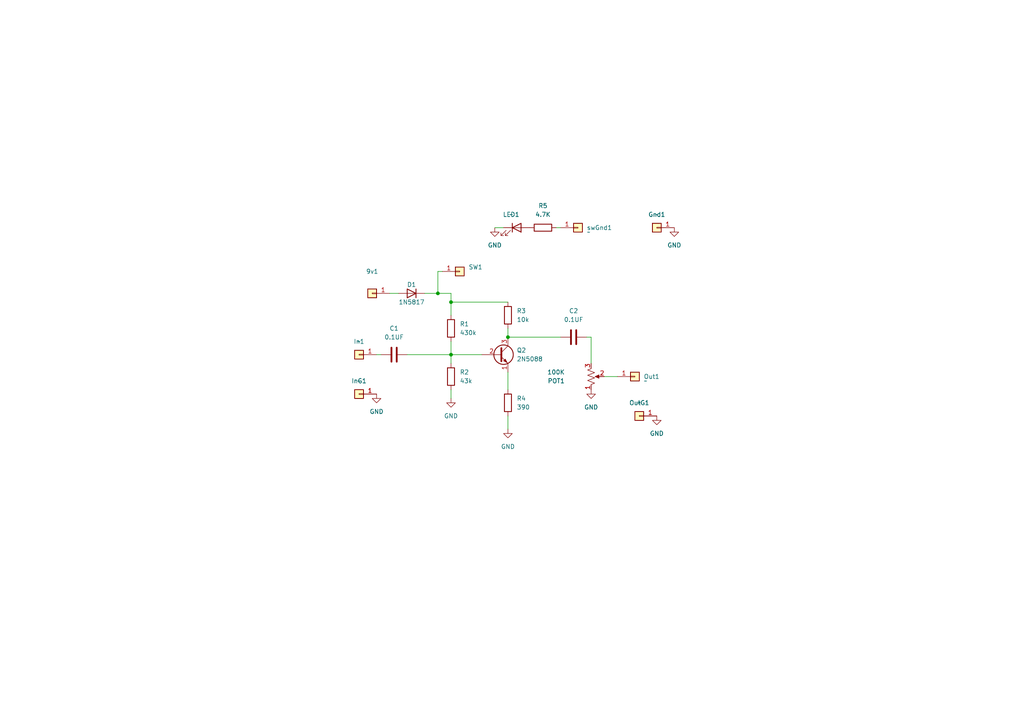
<source format=kicad_sch>
(kicad_sch (version 20230121) (generator eeschema)
  (paper "A4")
  (lib_symbols
    (symbol "Connector_Generic:Conn_01x01" (pin_names (offset 1.016) hide)
      (property "Reference" "J" (at 0 2.54 0))
      (property "Value" "Conn_01x01" (at 0 -2.54 0))
      (symbol "Conn_01x01_1_1"
        (rectangle (start -1.27 0.127) (end 0 -0.127) (stroke (width 0.1524)))
        (rectangle (start -1.27 1.27) (end 1.27 -1.27) (stroke (width 0.254)) (fill (type background)))
        (pin passive line (at -5.08 0 0) (length 3.81) (name "Pin_1") (number "1"))
      )
    )
    (symbol "Device:C" (pin_numbers hide) (pin_names (offset 0.254))
      (property "Reference" "C" (at 0.635 2.54 0))
      (property "Value" "C" (at 0.635 -2.54 0))
      (symbol "C_0_1"
        (polyline (pts (xy -2.032 -0.762) (xy 2.032 -0.762)) (stroke (width 0.508)))
        (polyline (pts (xy -2.032 0.762) (xy 2.032 0.762)) (stroke (width 0.508)))
      )
      (symbol "C_1_1"
        (pin passive line (at 0 3.81 270) (length 2.794) (name "~") (number "1"))
        (pin passive line (at 0 -3.81 90) (length 2.794) (name "~") (number "2"))
      )
    )
    (symbol "Device:D" (pin_numbers hide) (pin_names (offset 1.016) hide)
      (property "Reference" "D" (at 0 2.54 0))
      (property "Value" "D" (at 0 -2.54 0))
      (symbol "D_0_1"
        (polyline (pts (xy -1.27 1.27) (xy -1.27 -1.27)) (stroke (width 0.254)))
        (polyline (pts (xy 1.27 0) (xy -1.27 0)))
        (polyline (pts (xy 1.27 1.27) (xy 1.27 -1.27) (xy -1.27 0) (xy 1.27 1.27)) (stroke (width 0.254)))
      )
      (symbol "D_1_1"
        (pin passive line (at -3.81 0 0) (length 2.54) (name "K") (number "1"))
        (pin passive line (at 3.81 0 180) (length 2.54) (name "A") (number "2"))
      )
    )
    (symbol "Device:LED" (pin_numbers hide) (pin_names (offset 1.016) hide)
      (property "Reference" "D" (at 0 2.54 0))
      (property "Value" "LED" (at 0 -2.54 0))
      (symbol "LED_0_1"
        (polyline (pts (xy -1.27 -1.27) (xy -1.27 1.27)) (stroke (width 0.254)))
        (polyline (pts (xy -1.27 0) (xy 1.27 0)))
        (polyline (pts (xy 1.27 -1.27) (xy 1.27 1.27) (xy -1.27 0) (xy 1.27 -1.27)) (stroke (width 0.254)))
        (polyline (pts (xy -3.048 -0.762) (xy -4.572 -2.286) (xy -3.81 -2.286) (xy -4.572 -2.286) (xy -4.572 -1.524)))
        (polyline (pts (xy -1.778 -0.762) (xy -3.302 -2.286) (xy -2.54 -2.286) (xy -3.302 -2.286) (xy -3.302 -1.524)))
      )
      (symbol "LED_1_1"
        (pin passive line (at -3.81 0 0) (length 2.54) (name "K") (number "1"))
        (pin passive line (at 3.81 0 180) (length 2.54) (name "A") (number "2"))
      )
    )
    (symbol "Device:R" (pin_numbers hide) (pin_names (offset 0))
      (property "Reference" "R" (at 2.032 0 90))
      (property "Value" "R" (at 0 0 90))
      (symbol "R_0_1"
        (rectangle (start -1.016 -2.54) (end 1.016 2.54) (stroke (width 0.254)))
      )
      (symbol "R_1_1"
        (pin passive line (at 0 3.81 270) (length 1.27) (name "~") (number "1"))
        (pin passive line (at 0 -3.81 90) (length 1.27) (name "~") (number "2"))
      )
    )
    (symbol "Device:R_Potentiometer_US" (pin_names (offset 1.016) hide)
      (property "Reference" "RV" (at -4.445 0 90))
      (property "Value" "R_Potentiometer_US" (at -2.54 0 90))
      (symbol "R_Potentiometer_US_0_1"
        (polyline (pts (xy 0 -2.286) (xy 0 -2.54)))
        (polyline (pts (xy 0 2.54) (xy 0 2.286)))
        (polyline (pts (xy 2.54 0) (xy 1.524 0)))
        (polyline (pts (xy 1.143 0) (xy 2.286 0.508) (xy 2.286 -0.508) (xy 1.143 0)) (fill (type outline)))
        (polyline (pts (xy 0 -0.762) (xy 1.016 -1.143) (xy 0 -1.524) (xy -1.016 -1.905) (xy 0 -2.286)))
        (polyline (pts (xy 0 0.762) (xy 1.016 0.381) (xy 0 0) (xy -1.016 -0.381) (xy 0 -0.762)))
        (polyline (pts (xy 0 2.286) (xy 1.016 1.905) (xy 0 1.524) (xy -1.016 1.143) (xy 0 0.762)))
      )
      (symbol "R_Potentiometer_US_1_1"
        (pin passive line (at 0 3.81 270) (length 1.27) (name "1") (number "1"))
        (pin passive line (at 3.81 0 180) (length 1.27) (name "2") (number "2"))
        (pin passive line (at 0 -3.81 90) (length 1.27) (name "3") (number "3"))
      )
    )
    (symbol "Transistor_BJT:2N3904" (pin_names (offset 0) hide)
      (property "Reference" "Q" (at 5.08 1.905 0))
      (property "Value" "2N3904" (at 5.08 0 0))
      (symbol "2N3904_0_1"
        (polyline (pts (xy 0.635 0.635) (xy 2.54 2.54)))
        (polyline (pts (xy 0.635 -0.635) (xy 2.54 -2.54) (xy 2.54 -2.54)))
        (polyline (pts (xy 0.635 1.905) (xy 0.635 -1.905) (xy 0.635 -1.905)) (stroke (width 0.508)))
        (polyline (pts (xy 1.27 -1.778) (xy 1.778 -1.27) (xy 2.286 -2.286) (xy 1.27 -1.778) (xy 1.27 -1.778)) (fill (type outline)))
        (circle (center 1.27 0) (radius 2.8194) (stroke (width 0.254)))
      )
      (symbol "2N3904_1_1"
        (pin passive line (at 2.54 -5.08 90) (length 2.54) (name "E") (number "1"))
        (pin passive line (at -5.08 0 0) (length 5.715) (name "B") (number "2"))
        (pin passive line (at 2.54 5.08 270) (length 2.54) (name "C") (number "3"))
      )
    )
    (symbol "power:GND" (power) (pin_names (offset 0))
      (property "Value" "GND" (at 0 -3.81 0))
      (symbol "GND_0_1"
        (polyline (pts (xy 0 0) (xy 0 -1.27) (xy 1.27 -1.27) (xy 0 -2.54) (xy -1.27 -1.27) (xy 0 -1.27)))
      )
      (symbol "GND_1_1"
        (pin power_in line (at 0 0 270) (length 0) hide (name "GND") (number "1"))
      )
    )
  )
  (junction (at 127 85.09))
  (junction (at 130.81 87.63))
  (junction (at 130.81 102.87))
  (junction (at 147.32 97.79))
  (wire (pts (xy 147.32 107.95) (xy 147.32 113.03)))
  (wire (pts (xy 123.19 85.09) (xy 127 85.09)))
  (wire (pts (xy 130.81 99.06) (xy 130.81 102.87)))
  (wire (pts (xy 127 85.09) (xy 130.81 85.09)))
  (wire (pts (xy 130.81 85.09) (xy 130.81 87.63)))
  (wire (pts (xy 147.32 87.63) (xy 130.81 87.63)))
  (wire (pts (xy 143.51 66.04) (xy 146.05 66.04)))
  (wire (pts (xy 130.81 113.03) (xy 130.81 115.57)))
  (wire (pts (xy 127 78.74) (xy 128.27 78.74)))
  (wire (pts (xy 109.22 102.87) (xy 110.49 102.87)))
  (wire (pts (xy 127 78.74) (xy 127 85.09)))
  (wire (pts (xy 175.26 109.22) (xy 179.07 109.22)))
  (wire (pts (xy 130.81 102.87) (xy 130.81 105.41)))
  (wire (pts (xy 170.18 97.79) (xy 171.45 97.79)))
  (wire (pts (xy 130.81 87.63) (xy 130.81 91.44)))
  (wire (pts (xy 161.29 66.04) (xy 162.56 66.04)))
  (wire (pts (xy 118.11 102.87) (xy 130.81 102.87)))
  (wire (pts (xy 147.32 120.65) (xy 147.32 124.46)))
  (wire (pts (xy 171.45 97.79) (xy 171.45 105.41)))
  (wire (pts (xy 130.81 102.87) (xy 139.7 102.87)))
  (wire (pts (xy 162.56 97.79) (xy 147.32 97.79)))
  (wire (pts (xy 147.32 95.25) (xy 147.32 97.79)))
  (wire (pts (xy 113.03 85.09) (xy 115.57 85.09)))
  (symbol (lib_id "power:GND") (at 171.45 113.03 0) (mirror y) (unit 1)
    (property "Reference" "#PWR01" (effects hide))
    (property "Value" "GND" (at 171.45 118.11 0))
  )
  (symbol (lib_id "Device:D") (at 119.38 85.09 180) (unit 1)
    (property "Reference" "D1" (at 119.38 82.55 0))
    (property "Value" "1N5817" (at 119.38 87.63 0))
    (property "Footprint" "Diode_THT:D_DO-35_SOD27_P7.62mm_Horizontal" (effects hide))
    (property "Sim.Device" "D" (effects hide))
    (property "Sim.Pins" "1=K 2=A" (effects hide))
  )
  (symbol (lib_id "Transistor_BJT:2N3904") (at 144.78 102.87 0) (unit 1)
    (property "Reference" "Q2" (at 149.86 101.6 0) (effects (justify left)))
    (property "Value" "2N5088" (at 149.86 104.14 0) (effects (justify left)))
    (property "Footprint" "Package_TO_SOT_THT:TO-92_Inline" (effects hide))
    (property "Datasheet" "https://www.onsemi.com/pub/Collateral/2N3903-D.PDF" (effects hide))
  )
  (symbol (lib_id "Device:R") (at 130.81 109.22 180) (unit 1)
    (property "Reference" "R2" (at 133.35 107.95 0) (effects (justify right)))
    (property "Value" "43k" (at 133.35 110.49 0) (effects (justify right)))
    (property "Footprint" "Resistor_THT:R_Axial_DIN0207_L6.3mm_D2.5mm_P7.62mm_Horizontal" (effects hide))
  )
  (symbol (lib_id "power:GND") (at 109.22 114.3 0) (mirror y) (unit 1)
    (property "Reference" "#PWR05" (effects hide))
    (property "Value" "GND" (at 109.22 119.38 0))
  )
  (symbol (lib_id "power:GND") (at 190.5 120.65 0) (mirror y) (unit 1)
    (property "Reference" "#PWR06" (effects hide))
    (property "Value" "GND" (at 190.5 125.73 0))
  )
  (symbol (lib_id "Connector_Generic:Conn_01x01") (at 184.15 109.22 0) (unit 1)
    (property "Reference" "Out1" (at 186.69 109.22 0) (effects (justify left)))
    (property "Value" "~" (at 186.69 110.49 0) (effects (justify left)))
    (property "Footprint" "TestPoint:TestPoint_THTPad_D2.0mm_Drill1.0mm" (effects hide))
  )
  (symbol (lib_id "Device:LED") (at 149.86 66.04 0) (unit 1)
    (property "Reference" "LED1" (at 148.2725 62.23 0))
    (property "Value" "~" (at 148.2725 62.23 0))
    (property "Footprint" "Connector_PinHeader_2.54mm:PinHeader_1x02_P2.54mm_Vertical" (effects hide))
  )
  (symbol (lib_id "Connector_Generic:Conn_01x01") (at 107.95 85.09 180) (unit 1)
    (property "Reference" "9v1" (at 107.95 78.74 0))
    (property "Value" " " (at 107.95 81.28 0))
    (property "Footprint" "TestPoint:TestPoint_THTPad_D2.0mm_Drill1.0mm" (effects hide))
  )
  (symbol (lib_id "Connector_Generic:Conn_01x01") (at 133.35 78.74 0) (unit 1)
    (property "Reference" "SW1" (at 135.89 77.47 0) (effects (justify left)))
    (property "Value" " " (at 135.89 80.01 0) (effects (justify left)))
    (property "Footprint" "TestPoint:TestPoint_THTPad_D2.0mm_Drill1.0mm" (effects hide))
  )
  (symbol (lib_id "Connector_Generic:Conn_01x01") (at 190.5 66.04 180) (unit 1)
    (property "Reference" "Gnd1" (at 190.5 62.23 0))
    (property "Value" "~" (at 190.5 62.23 0))
    (property "Footprint" "TestPoint:TestPoint_THTPad_D2.0mm_Drill1.0mm" (effects hide))
  )
  (symbol (lib_id "Connector_Generic:Conn_01x01") (at 104.14 102.87 180) (unit 1)
    (property "Reference" "In1" (at 104.14 99.06 0))
    (property "Value" "~" (at 104.14 99.06 0))
    (property "Footprint" "TestPoint:TestPoint_THTPad_D2.0mm_Drill1.0mm" (effects hide))
  )
  (symbol (lib_id "Device:R") (at 147.32 91.44 180) (unit 1)
    (property "Reference" "R3" (at 149.86 90.17 0) (effects (justify right)))
    (property "Value" "10k" (at 149.86 92.71 0) (effects (justify right)))
    (property "Footprint" "Resistor_THT:R_Axial_DIN0207_L6.3mm_D2.5mm_P7.62mm_Horizontal" (effects hide))
  )
  (symbol (lib_id "Device:R_Potentiometer_US") (at 171.45 109.22 0) (mirror x) (unit 1)
    (property "Reference" "POT1" (at 163.83 110.49 0) (effects (justify right)))
    (property "Value" "100K" (at 163.83 107.95 0) (effects (justify right)))
    (property "Footprint" "Potentiometer_THT:Potentiometer_Omeg_PC16BU_Vertical" (effects hide))
  )
  (symbol (lib_id "Connector_Generic:Conn_01x01") (at 104.14 114.3 180) (unit 1)
    (property "Reference" "InG1" (at 104.14 110.49 0))
    (property "Value" "~" (at 104.14 110.49 0))
    (property "Footprint" "TestPoint:TestPoint_THTPad_D2.0mm_Drill1.0mm" (effects hide))
  )
  (symbol (lib_id "Device:R") (at 157.48 66.04 90) (unit 1)
    (property "Reference" "R5" (at 157.48 59.69 90))
    (property "Value" "4.7K" (at 157.48 62.23 90))
    (property "Footprint" "Resistor_THT:R_Axial_DIN0207_L6.3mm_D2.5mm_P7.62mm_Horizontal" (effects hide))
  )
  (symbol (lib_id "Device:R") (at 147.32 116.84 180) (unit 1)
    (property "Reference" "R4" (at 149.86 115.57 0) (effects (justify right)))
    (property "Value" "390" (at 149.86 118.11 0) (effects (justify right)))
    (property "Footprint" "Resistor_THT:R_Axial_DIN0207_L6.3mm_D2.5mm_P7.62mm_Horizontal" (effects hide))
  )
  (symbol (lib_id "power:GND") (at 143.51 66.04 0) (unit 1)
    (property "Reference" "#PWR04" (effects hide))
    (property "Value" "GND" (at 143.51 71.12 0))
  )
  (symbol (lib_id "Connector_Generic:Conn_01x01") (at 167.64 66.04 0) (unit 1)
    (property "Reference" "swGnd1" (at 170.18 66.04 0) (effects (justify left)))
    (property "Value" "~" (at 170.18 67.31 0) (effects (justify left)))
    (property "Footprint" "TestPoint:TestPoint_THTPad_D2.0mm_Drill1.0mm" (effects hide))
  )
  (symbol (lib_id "power:GND") (at 130.81 115.57 0) (mirror y) (unit 1)
    (property "Reference" "#PWR02" (effects hide))
    (property "Value" "GND" (at 130.81 120.65 0))
  )
  (symbol (lib_id "power:GND") (at 147.32 124.46 0) (mirror y) (unit 1)
    (property "Reference" "#PWR03" (effects hide))
    (property "Value" "GND" (at 147.32 129.54 0))
  )
  (symbol (lib_id "Device:C") (at 166.37 97.79 90) (unit 1)
    (property "Reference" "C2" (at 166.37 90.17 90))
    (property "Value" "0.1UF" (at 166.37 92.71 90))
    (property "Footprint" "Capacitor_THT:C_Rect_L7.2mm_W2.5mm_P5.00mm_FKS2_FKP2_MKS2_MKP2" (effects hide))
  )
  (symbol (lib_id "power:GND") (at 195.58 66.04 0) (mirror y) (unit 1)
    (property "Reference" "#PWR07" (effects hide))
    (property "Value" "GND" (at 195.58 71.12 0))
  )
  (symbol (lib_id "Connector_Generic:Conn_01x01") (at 185.42 120.65 180) (unit 1)
    (property "Reference" "OutG1" (at 185.42 116.84 0))
    (property "Value" "~" (at 185.42 116.84 0))
    (property "Footprint" "TestPoint:TestPoint_THTPad_D2.0mm_Drill1.0mm" (effects hide))
  )
  (symbol (lib_id "Device:C") (at 114.3 102.87 90) (unit 1)
    (property "Reference" "C1" (at 114.3 95.25 90))
    (property "Value" "0.1UF" (at 114.3 97.79 90))
    (property "Footprint" "Capacitor_THT:C_Rect_L7.2mm_W2.5mm_P5.00mm_FKS2_FKP2_MKS2_MKP2" (effects hide))
  )
  (symbol (lib_id "Device:R") (at 130.81 95.25 180) (unit 1)
    (property "Reference" "R1" (at 133.35 93.98 0) (effects (justify right)))
    (property "Value" "430k" (at 133.35 96.52 0) (effects (justify right)))
    (property "Footprint" "Resistor_THT:R_Axial_DIN0207_L6.3mm_D2.5mm_P7.62mm_Horizontal" (effects hide))
  )
)
</source>
